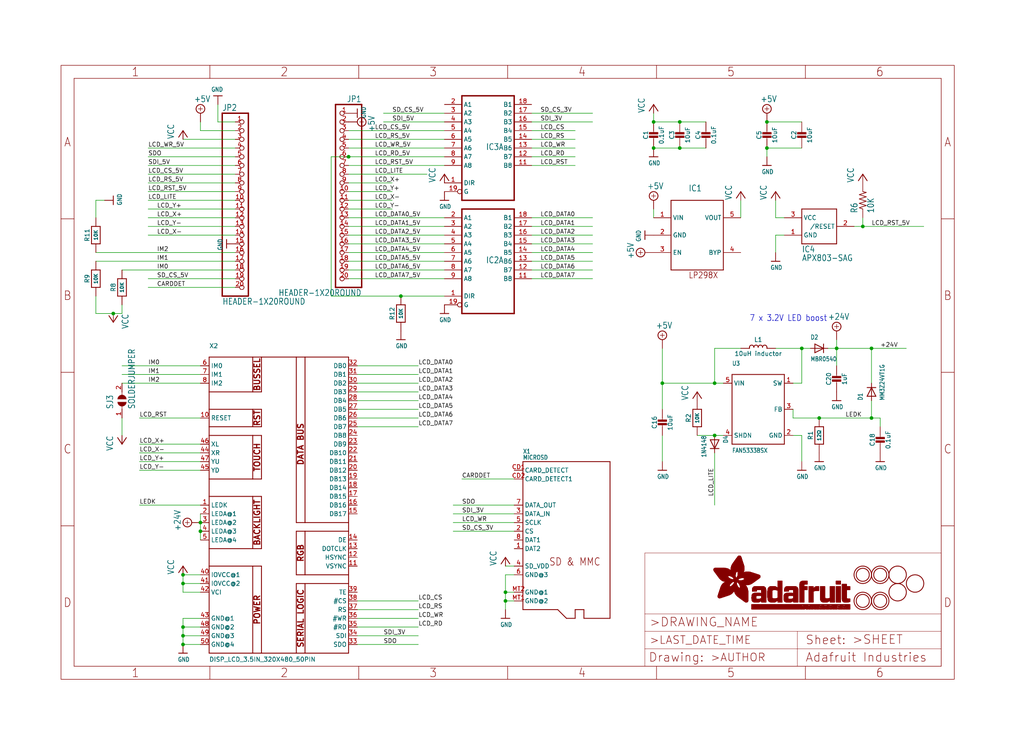
<source format=kicad_sch>
(kicad_sch (version 20211123) (generator eeschema)
  (paper "User" 298.45 217.881)
  (lib_symbols
    (symbol "schematicEagle-eagle-import:+24V" (power)
      (property "Value" "+24V" (at -2.54 3.175 0))
      (symbol "+24V_1_0"
        (pin power_in line (at 0 -2.54 90) (length 2.54) (name "+24V") (number "1"))
      )
    )
    (symbol "schematicEagle-eagle-import:+5V" (power)
      (property "Value" "+5V" (at -1.905 3.175 0))
      (symbol "+5V_1_0"
        (pin power_in line (at 0 -2.54 90) (length 2.54) (name "+5V") (number "1"))
      )
    )
    (symbol "schematicEagle-eagle-import:74245DW"
      (property "Reference" "IC" (at -0.635 -0.635 0))
      (symbol "74245DW_1_0"
        (pin input line (at -12.7 -10.16 0) (length 5.08) (name "DIR") (number "1"))
        (pin bidirectional line (at 12.7 -5.08 180) (length 5.08) (name "B8") (number "11"))
        (pin bidirectional line (at 12.7 -2.54 180) (length 5.08) (name "B7") (number "12"))
        (pin bidirectional line (at 12.7 0 180) (length 5.08) (name "B6") (number "13"))
        (pin bidirectional line (at 12.7 2.54 180) (length 5.08) (name "B5") (number "14"))
        (pin bidirectional line (at 12.7 5.08 180) (length 5.08) (name "B4") (number "15"))
        (pin bidirectional line (at 12.7 7.62 180) (length 5.08) (name "B3") (number "16"))
        (pin bidirectional line (at 12.7 10.16 180) (length 5.08) (name "B2") (number "17"))
        (pin bidirectional line (at 12.7 12.7 180) (length 5.08) (name "B1") (number "18"))
        (pin input inverted (at -12.7 -12.7 0) (length 5.08) (name "G") (number "19"))
        (pin bidirectional line (at -12.7 12.7 0) (length 5.08) (name "A1") (number "2"))
        (pin bidirectional line (at -12.7 10.16 0) (length 5.08) (name "A2") (number "3"))
        (pin bidirectional line (at -12.7 7.62 0) (length 5.08) (name "A3") (number "4"))
        (pin bidirectional line (at -12.7 5.08 0) (length 5.08) (name "A4") (number "5"))
        (pin bidirectional line (at -12.7 2.54 0) (length 5.08) (name "A5") (number "6"))
        (pin bidirectional line (at -12.7 0 0) (length 5.08) (name "A6") (number "7"))
        (pin bidirectional line (at -12.7 -2.54 0) (length 5.08) (name "A7") (number "8"))
        (pin bidirectional line (at -12.7 -5.08 0) (length 5.08) (name "A8") (number "9"))
      )
      (symbol "74245DW_2_0"
        (text "GND" (at 1.905 -5.842 900) (effects (font (size 1.27 1.0795)) (justify left bottom)))
        (text "VCC" (at 1.905 2.54 900) (effects (font (size 1.27 1.0795)) (justify left bottom)))
        (pin power_in line (at 0 -7.62 90) (length 5.08) (name "GND") (number "10"))
        (pin power_in line (at 0 7.62 270) (length 5.08) (name "VCC") (number "20"))
      )
    )
    (symbol "schematicEagle-eagle-import:AXP083-SAG"
      (property "Reference" "IC" (at -5.08 -7.62 0))
      (property "Value" "AXP083-SAG" (at -5.08 -10.16 0))
      (symbol "AXP083-SAG_1_0"
        (pin power_in line (at -10.16 -2.54 0) (length 5.08) (name "GND") (number "1"))
        (pin output line (at 10.16 0 180) (length 5.08) (name "/RESET") (number "2"))
        (pin power_in line (at -10.16 2.54 0) (length 5.08) (name "VCC") (number "3"))
      )
    )
    (symbol "schematicEagle-eagle-import:CAP_CERAMIC0805-NOOUTLINE"
      (property "Reference" "C" (at -2.29 1.25 90))
      (property "Value" "CAP_CERAMIC0805-NOOUTLINE" (at 2.3 1.25 90))
      (symbol "CAP_CERAMIC0805-NOOUTLINE_1_0"
        (pin passive line (at 0 5.08 270) (length 2.54) (name "1") (number "1"))
        (pin passive line (at 0 -2.54 90) (length 2.54) (name "2") (number "2"))
      )
    )
    (symbol "schematicEagle-eagle-import:CAP_CERAMIC_0805MP"
      (property "Reference" "C" (at -2.29 1.25 90))
      (property "Value" "CAP_CERAMIC_0805MP" (at 2.3 1.25 90))
      (symbol "CAP_CERAMIC_0805MP_1_0"
        (pin passive line (at 0 5.08 270) (length 2.54) (name "1") (number "1"))
        (pin passive line (at 0 -2.54 90) (length 2.54) (name "2") (number "2"))
      )
    )
    (symbol "schematicEagle-eagle-import:DIODESMA"
      (property "Reference" "D" (at -2.54 2.54 0))
      (property "Value" "DIODESMA" (at -2.54 -3.81 0))
      (symbol "DIODESMA_1_0"
        (pin passive line (at -2.54 0 0) (length 2.54) (name "A") (number "A"))
        (pin passive line (at 2.54 0 180) (length 2.54) (name "C") (number "C"))
      )
    )
    (symbol "schematicEagle-eagle-import:DIODESOD-123"
      (property "Reference" "D" (at -2.54 2.54 0))
      (property "Value" "DIODESOD-123" (at -2.54 -3.81 0))
      (symbol "DIODESOD-123_1_0"
        (pin passive line (at -2.54 0 0) (length 2.54) (name "A") (number "A"))
        (pin passive line (at 2.54 0 180) (length 2.54) (name "C") (number "C"))
      )
    )
    (symbol "schematicEagle-eagle-import:DIODESOD-323F"
      (property "Reference" "D" (at -2.54 2.54 0))
      (property "Value" "DIODESOD-323F" (at -2.54 -3.81 0))
      (symbol "DIODESOD-323F_1_0"
        (pin passive line (at -2.54 0 0) (length 2.54) (name "A") (number "A"))
        (pin passive line (at 2.54 0 180) (length 2.54) (name "C") (number "C"))
      )
    )
    (symbol "schematicEagle-eagle-import:DISP_LCD_3.5IN_320X480_50PIN"
      (property "Reference" "X" (at -20.32 43.18 0))
      (property "Value" "DISP_LCD_3.5IN_320X480_50PIN" (at -20.32 -48.26 0))
      (symbol "DISP_LCD_3.5IN_320X480_50PIN_1_0"
        (text "BACKLIGHT" (at -6.35 -7.62 900) (effects (font (size 1.6764 1.6764) (thickness 0.3353) bold)))
        (text "BUSSEL" (at -6.35 35.56 900) (effects (font (size 1.6764 1.6764) (thickness 0.3353) bold)))
        (text "DATA BUS" (at 6.35 15.24 900) (effects (font (size 1.6764 1.6764) (thickness 0.3353) bold)))
        (text "POWER" (at -6.35 -33.02 900) (effects (font (size 1.6764 1.6764) (thickness 0.3353) bold)))
        (text "RGB" (at 6.35 -16.51 900) (effects (font (size 1.6764 1.6764) (thickness 0.3353) bold)))
        (text "RST" (at -6.35 22.86 900) (effects (font (size 1.6764 1.6764) (thickness 0.3353) bold)))
        (text "SERIAL LOGIC" (at 6.35 -35.56 900) (effects (font (size 1.6764 1.6764) (thickness 0.3353) bold)))
        (text "TOUCH" (at -6.35 11.43 900) (effects (font (size 1.6764 1.6764) (thickness 0.3353) bold)))
        (pin bidirectional line (at -22.86 -2.54 0) (length 2.54) (name "LEDK") (number "1"))
        (pin bidirectional line (at -22.86 22.86 0) (length 2.54) (name "RESET") (number "10"))
        (pin bidirectional line (at 22.86 -20.32 180) (length 2.54) (name "VSYNC") (number "11"))
        (pin bidirectional line (at 22.86 -17.78 180) (length 2.54) (name "HSYNC") (number "12"))
        (pin bidirectional line (at 22.86 -15.24 180) (length 2.54) (name "DOTCLK") (number "13"))
        (pin bidirectional line (at 22.86 -12.7 180) (length 2.54) (name "DE") (number "14"))
        (pin bidirectional line (at 22.86 -5.08 180) (length 2.54) (name "DB17") (number "15"))
        (pin bidirectional line (at 22.86 -2.54 180) (length 2.54) (name "DB16") (number "16"))
        (pin bidirectional line (at 22.86 0 180) (length 2.54) (name "DB15") (number "17"))
        (pin bidirectional line (at 22.86 2.54 180) (length 2.54) (name "DB14") (number "18"))
        (pin bidirectional line (at 22.86 5.08 180) (length 2.54) (name "DB13") (number "19"))
        (pin bidirectional line (at -22.86 -5.08 0) (length 2.54) (name "LEDA@1") (number "2"))
        (pin bidirectional line (at 22.86 7.62 180) (length 2.54) (name "DB12") (number "20"))
        (pin bidirectional line (at 22.86 10.16 180) (length 2.54) (name "DB11") (number "21"))
        (pin bidirectional line (at 22.86 12.7 180) (length 2.54) (name "DB10") (number "22"))
        (pin bidirectional line (at 22.86 15.24 180) (length 2.54) (name "DB9") (number "23"))
        (pin bidirectional line (at 22.86 17.78 180) (length 2.54) (name "DB8") (number "24"))
        (pin bidirectional line (at 22.86 20.32 180) (length 2.54) (name "DB7") (number "25"))
        (pin bidirectional line (at 22.86 22.86 180) (length 2.54) (name "DB6") (number "26"))
        (pin bidirectional line (at 22.86 25.4 180) (length 2.54) (name "DB5") (number "27"))
        (pin bidirectional line (at 22.86 27.94 180) (length 2.54) (name "DB4") (number "28"))
        (pin bidirectional line (at 22.86 30.48 180) (length 2.54) (name "DB3") (number "29"))
        (pin bidirectional line (at -22.86 -7.62 0) (length 2.54) (name "LEDA@2") (number "3"))
        (pin bidirectional line (at 22.86 33.02 180) (length 2.54) (name "DB2") (number "30"))
        (pin bidirectional line (at 22.86 35.56 180) (length 2.54) (name "DB1") (number "31"))
        (pin bidirectional line (at 22.86 38.1 180) (length 2.54) (name "DB0") (number "32"))
        (pin bidirectional line (at 22.86 -43.18 180) (length 2.54) (name "SDO") (number "33"))
        (pin bidirectional line (at 22.86 -40.64 180) (length 2.54) (name "SDI") (number "34"))
        (pin bidirectional line (at 22.86 -38.1 180) (length 2.54) (name "#RD") (number "35"))
        (pin bidirectional line (at 22.86 -35.56 180) (length 2.54) (name "#WR") (number "36"))
        (pin bidirectional line (at 22.86 -33.02 180) (length 2.54) (name "RS") (number "37"))
        (pin bidirectional line (at 22.86 -30.48 180) (length 2.54) (name "#CS") (number "38"))
        (pin bidirectional line (at 22.86 -27.94 180) (length 2.54) (name "TE") (number "39"))
        (pin bidirectional line (at -22.86 -10.16 0) (length 2.54) (name "LEDA@3") (number "4"))
        (pin bidirectional line (at -22.86 -22.86 0) (length 2.54) (name "IOVCC@1") (number "40"))
        (pin bidirectional line (at -22.86 -25.4 0) (length 2.54) (name "IOVCC@2") (number "41"))
        (pin bidirectional line (at -22.86 -27.94 0) (length 2.54) (name "VCI") (number "42"))
        (pin bidirectional line (at -22.86 -35.56 0) (length 2.54) (name "GND@1") (number "43"))
        (pin bidirectional line (at -22.86 12.7 0) (length 2.54) (name "XR") (number "44"))
        (pin bidirectional line (at -22.86 7.62 0) (length 2.54) (name "YD") (number "45"))
        (pin bidirectional line (at -22.86 15.24 0) (length 2.54) (name "XL") (number "46"))
        (pin bidirectional line (at -22.86 10.16 0) (length 2.54) (name "YU") (number "47"))
        (pin bidirectional line (at -22.86 -38.1 0) (length 2.54) (name "GND@2") (number "48"))
        (pin bidirectional line (at -22.86 -40.64 0) (length 2.54) (name "GND@3") (number "49"))
        (pin bidirectional line (at -22.86 -12.7 0) (length 2.54) (name "LEDA@4") (number "5"))
        (pin bidirectional line (at -22.86 -43.18 0) (length 2.54) (name "GND@4") (number "50"))
        (pin bidirectional line (at -22.86 38.1 0) (length 2.54) (name "IM0") (number "6"))
        (pin bidirectional line (at -22.86 35.56 0) (length 2.54) (name "IM1") (number "7"))
        (pin bidirectional line (at -22.86 33.02 0) (length 2.54) (name "IM2") (number "8"))
      )
    )
    (symbol "schematicEagle-eagle-import:FAN5331"
      (property "Reference" "U" (at -7.62 12.7 0))
      (property "Value" "FAN5331" (at -7.62 -12.7 0))
      (symbol "FAN5331_1_0"
        (pin bidirectional line (at 10.16 7.62 180) (length 2.54) (name "SW") (number "1"))
        (pin bidirectional line (at 10.16 -7.62 180) (length 2.54) (name "GND") (number "2"))
        (pin bidirectional line (at 10.16 0 180) (length 2.54) (name "FB") (number "3"))
        (pin bidirectional line (at -10.16 -7.62 0) (length 2.54) (name "SHDN") (number "4"))
        (pin bidirectional line (at -10.16 7.62 0) (length 2.54) (name "VIN") (number "5"))
      )
    )
    (symbol "schematicEagle-eagle-import:FIDUCIAL")
    (symbol "schematicEagle-eagle-import:FRAME_A4_ADAFRUIT"
      (symbol "FRAME_A4_ADAFRUIT_0_0"
        (text "1" (at 21.6958 1.905 0) (effects (font (size 2.54 2.286))))
        (text "1" (at 21.6958 177.165 0) (effects (font (size 2.54 2.286))))
        (text "2" (at 65.0875 1.905 0) (effects (font (size 2.54 2.286))))
        (text "2" (at 65.0875 177.165 0) (effects (font (size 2.54 2.286))))
        (text "3" (at 108.4792 1.905 0) (effects (font (size 2.54 2.286))))
        (text "3" (at 108.4792 177.165 0) (effects (font (size 2.54 2.286))))
        (text "4" (at 151.8708 1.905 0) (effects (font (size 2.54 2.286))))
        (text "4" (at 151.8708 177.165 0) (effects (font (size 2.54 2.286))))
        (text "5" (at 195.2625 1.905 0) (effects (font (size 2.54 2.286))))
        (text "5" (at 195.2625 177.165 0) (effects (font (size 2.54 2.286))))
        (text "6" (at 238.6542 1.905 0) (effects (font (size 2.54 2.286))))
        (text "6" (at 238.6542 177.165 0) (effects (font (size 2.54 2.286))))
        (text "A" (at 1.905 156.6863 0) (effects (font (size 2.54 2.286))))
        (text "A" (at 258.445 156.6863 0) (effects (font (size 2.54 2.286))))
        (text "B" (at 1.905 111.9188 0) (effects (font (size 2.54 2.286))))
        (text "B" (at 258.445 111.9188 0) (effects (font (size 2.54 2.286))))
        (text "C" (at 1.905 67.1513 0) (effects (font (size 2.54 2.286))))
        (text "C" (at 258.445 67.1513 0) (effects (font (size 2.54 2.286))))
        (text "D" (at 1.905 22.3838 0) (effects (font (size 2.54 2.286))))
        (text "D" (at 258.445 22.3838 0) (effects (font (size 2.54 2.286))))
      )
      (symbol "FRAME_A4_ADAFRUIT_1_0"
        (text ">AUTHOR" (at 189.23 5.08 0) (effects (font (size 2.286 2.286)) (justify left bottom)))
        (text ">DRAWING_NAME" (at 171.45 15.24 0) (effects (font (size 2.54 2.54)) (justify left bottom)))
        (text ">LAST_DATE_TIME" (at 171.45 10.16 0) (effects (font (size 2.286 2.286)) (justify left bottom)))
        (text ">SHEET" (at 230.505 10.16 0) (effects (font (size 2.54 2.54)) (justify left bottom)))
        (text "Adafruit Industries" (at 216.916 4.953 0) (effects (font (size 2.54 2.54)) (justify left bottom)))
        (text "Drawing:" (at 171.196 4.953 0) (effects (font (size 2.54 2.54)) (justify left bottom)))
        (text "Sheet:" (at 216.916 10.033 0) (effects (font (size 2.54 2.54)) (justify left bottom)))
      )
    )
    (symbol "schematicEagle-eagle-import:GND" (power)
      (property "Value" "GND" (at -1.524 -2.54 0))
      (symbol "GND_1_0"
        (pin power_in line (at 0 2.54 270) (length 2.54) (name "GND") (number "1"))
      )
    )
    (symbol "schematicEagle-eagle-import:HEADER-1X20ROUND"
      (property "Reference" "JP" (at -6.35 26.035 0))
      (property "Value" "HEADER-1X20ROUND" (at -6.35 -30.48 0))
      (symbol "HEADER-1X20ROUND_1_0"
        (pin passive inverted (at -2.54 22.86 0) (length 2.54) (name "1") (number "1"))
        (pin passive inverted (at -2.54 0 0) (length 2.54) (name "10") (number "10"))
        (pin passive inverted (at -2.54 -2.54 0) (length 2.54) (name "11") (number "11"))
        (pin passive inverted (at -2.54 -5.08 0) (length 2.54) (name "12") (number "12"))
        (pin passive inverted (at -2.54 -7.62 0) (length 2.54) (name "13") (number "13"))
        (pin passive inverted (at -2.54 -10.16 0) (length 2.54) (name "14") (number "14"))
        (pin passive inverted (at -2.54 -12.7 0) (length 2.54) (name "15") (number "15"))
        (pin passive inverted (at -2.54 -15.24 0) (length 2.54) (name "16") (number "16"))
        (pin passive inverted (at -2.54 -17.78 0) (length 2.54) (name "17") (number "17"))
        (pin passive inverted (at -2.54 -20.32 0) (length 2.54) (name "18") (number "18"))
        (pin passive inverted (at -2.54 -22.86 0) (length 2.54) (name "19") (number "19"))
        (pin passive inverted (at -2.54 20.32 0) (length 2.54) (name "2") (number "2"))
        (pin passive inverted (at -2.54 -25.4 0) (length 2.54) (name "20") (number "20"))
        (pin passive inverted (at -2.54 17.78 0) (length 2.54) (name "3") (number "3"))
        (pin passive inverted (at -2.54 15.24 0) (length 2.54) (name "4") (number "4"))
        (pin passive inverted (at -2.54 12.7 0) (length 2.54) (name "5") (number "5"))
        (pin passive inverted (at -2.54 10.16 0) (length 2.54) (name "6") (number "6"))
        (pin passive inverted (at -2.54 7.62 0) (length 2.54) (name "7") (number "7"))
        (pin passive inverted (at -2.54 5.08 0) (length 2.54) (name "8") (number "8"))
        (pin passive inverted (at -2.54 2.54 0) (length 2.54) (name "9") (number "9"))
      )
    )
    (symbol "schematicEagle-eagle-import:INDUCTORNR5040"
      (property "Reference" "L" (at 0 2.54 0))
      (property "Value" "INDUCTORNR5040" (at 0 -1.54 0))
      (symbol "INDUCTORNR5040_1_0"
        (pin passive line (at -5.08 0 0) (length 2.54) (name "1") (number "P$1"))
        (pin passive line (at 5.08 0 180) (length 2.54) (name "2") (number "P$2"))
      )
    )
    (symbol "schematicEagle-eagle-import:LP298XS"
      (property "Reference" "IC" (at -12.7 -5.08 90))
      (symbol "LP298XS_1_0"
        (text "LP298X" (at 12.7 -5.08 900) (effects (font (size 1.778 1.5113)) (justify left bottom)))
        (pin bidirectional line (at -5.08 -15.24 90) (length 5.08) (name "VIN") (number "1"))
        (pin bidirectional line (at 0 -15.24 90) (length 5.08) (name "GND") (number "2"))
        (pin bidirectional line (at 5.08 -15.24 90) (length 5.08) (name "EN") (number "3"))
        (pin bidirectional line (at 5.08 10.16 270) (length 5.08) (name "BYP") (number "4"))
        (pin bidirectional line (at -5.08 10.16 270) (length 5.08) (name "VOUT") (number "5"))
      )
    )
    (symbol "schematicEagle-eagle-import:MICROSD"
      (property "Reference" "X" (at -12.7 22.606 0))
      (property "Value" "MICROSD" (at -12.7 20.828 0))
      (symbol "MICROSD_1_0"
        (text "SD & MMC" (at -5.08 -10.16 0) (effects (font (size 2.1844 1.8567)) (justify left bottom)))
        (pin bidirectional line (at -15.24 -5.08 0) (length 2.54) (name "DAT2") (number "1"))
        (pin input line (at -15.24 0 0) (length 2.54) (name "CS") (number "2"))
        (pin input line (at -15.24 5.08 0) (length 2.54) (name "DATA_IN") (number "3"))
        (pin power_in line (at -15.24 -10.16 0) (length 2.54) (name "SD_VDD") (number "4"))
        (pin input line (at -15.24 2.54 0) (length 2.54) (name "SCLK") (number "5"))
        (pin power_in line (at -15.24 -12.7 0) (length 2.54) (name "GND@3") (number "6"))
        (pin output line (at -15.24 7.62 0) (length 2.54) (name "DATA_OUT") (number "7"))
        (pin bidirectional line (at -15.24 -2.54 0) (length 2.54) (name "DAT1") (number "8"))
        (pin passive line (at -15.24 17.78 0) (length 2.54) (name "CARD_DETECT") (number "CD1"))
        (pin passive line (at -15.24 15.24 0) (length 2.54) (name "CARD_DETECT1") (number "CD2"))
        (pin power_in line (at -15.24 -20.32 0) (length 2.54) (name "GND@2") (number "MT1"))
        (pin power_in line (at -15.24 -17.78 0) (length 2.54) (name "GND@1") (number "MT2"))
      )
    )
    (symbol "schematicEagle-eagle-import:MOUNTINGHOLE3.0THIN")
    (symbol "schematicEagle-eagle-import:R-US_R0805"
      (property "Reference" "R" (at -3.81 1.4986 0))
      (property "Value" "R-US_R0805" (at -3.81 -3.302 0))
      (symbol "R-US_R0805_1_0"
        (pin passive line (at -5.08 0 0) (length 2.54) (name "1") (number "1"))
        (pin passive line (at 5.08 0 180) (length 2.54) (name "2") (number "2"))
      )
    )
    (symbol "schematicEagle-eagle-import:RESISTOR0805_NOOUTLINE"
      (property "Reference" "R" (at 0 2.54 0))
      (property "Value" "RESISTOR0805_NOOUTLINE" (at 0 0 0))
      (symbol "RESISTOR0805_NOOUTLINE_1_0"
        (pin passive line (at -5.08 0 0) (length 2.54) (name "1") (number "1"))
        (pin passive line (at 5.08 0 180) (length 2.54) (name "2") (number "2"))
      )
    )
    (symbol "schematicEagle-eagle-import:RESISTOR_0805MP"
      (property "Reference" "R" (at 0 2.54 0))
      (property "Value" "RESISTOR_0805MP" (at 0 0 0))
      (symbol "RESISTOR_0805MP_1_0"
        (pin passive line (at -5.08 0 0) (length 2.54) (name "1") (number "1"))
        (pin passive line (at 5.08 0 180) (length 2.54) (name "2") (number "2"))
      )
    )
    (symbol "schematicEagle-eagle-import:SOLDERJUMPER"
      (property "Reference" "SJ" (at -2.54 2.54 0))
      (property "Value" "SOLDERJUMPER" (at -2.54 -3.81 0))
      (symbol "SOLDERJUMPER_1_0"
        (pin passive line (at -5.08 0 0) (length 2.54) (name "1") (number "1"))
        (pin passive line (at 5.08 0 180) (length 2.54) (name "2") (number "2"))
      )
    )
    (symbol "schematicEagle-eagle-import:VCC" (power)
      (property "Value" "VCC" (at -2.54 -2.54 90))
      (symbol "VCC_1_0"
        (pin power_in line (at 0 -2.54 90) (length 2.54) (name "VCC") (number "1"))
      )
    )
  )
  (junction (at 101.6 45.72))
  (junction (at 243.84 101.6))
  (junction (at 198.12 43.18))
  (junction (at 223.52 43.18))
  (junction (at 53.34 167.64))
  (junction (at 147.32 172.72))
  (junction (at 208.28 111.76))
  (junction (at 238.76 121.92))
  (junction (at 53.34 182.88))
  (junction (at 208.28 127))
  (junction (at 116.84 86.36))
  (junction (at 198.12 35.56))
  (junction (at 233.68 101.6))
  (junction (at 254 121.92))
  (junction (at 223.52 35.56))
  (junction (at 53.34 187.96))
  (junction (at 53.34 170.18))
  (junction (at 58.42 154.94))
  (junction (at 190.5 35.56))
  (junction (at 33.02 91.44))
  (junction (at 147.32 175.26))
  (junction (at 190.5 43.18))
  (junction (at 53.34 185.42))
  (junction (at 251.46 66.04))
  (junction (at 254 101.6))
  (junction (at 193.04 111.76))
  (junction (at 58.42 152.4))
  (wire (pts (xy 58.42 180.34) (xy 53.34 180.34)))
  (wire (pts (xy 190.5 43.18) (xy 198.12 43.18)))
  (wire (pts (xy 251.46 66.04) (xy 269.24 66.04)))
  (wire (pts (xy 129.54 86.36) (xy 116.84 86.36)))
  (wire (pts (xy 254 101.6) (xy 264.16 101.6)))
  (wire (pts (xy 198.12 35.56) (xy 205.74 35.56)))
  (wire (pts (xy 172.72 66.04) (xy 154.94 66.04)))
  (wire (pts (xy 154.94 40.64) (xy 167.64 40.64)))
  (wire (pts (xy 129.54 68.58) (xy 101.6 68.58)))
  (wire (pts (xy 68.58 63.5) (xy 43.18 63.5)))
  (wire (pts (xy 154.94 33.02) (xy 172.72 33.02)))
  (wire (pts (xy 104.14 116.84) (xy 121.92 116.84)))
  (wire (pts (xy 58.42 137.16) (xy 40.64 137.16)))
  (wire (pts (xy 101.6 55.88) (xy 114.3 55.88)))
  (wire (pts (xy 147.32 167.64) (xy 147.32 172.72)))
  (wire (pts (xy 27.94 73.66) (xy 68.58 73.66)))
  (wire (pts (xy 129.54 76.2) (xy 101.6 76.2)))
  (wire (pts (xy 63.5 35.56) (xy 63.5 30.48)))
  (wire (pts (xy 198.12 35.56) (xy 190.5 35.56)))
  (wire (pts (xy 190.5 33.02) (xy 190.5 35.56)))
  (wire (pts (xy 101.6 48.26) (xy 129.54 48.26)))
  (wire (pts (xy 43.18 55.88) (xy 68.58 55.88)))
  (wire (pts (xy 251.46 63.5) (xy 251.46 66.04)))
  (wire (pts (xy 154.94 43.18) (xy 167.64 43.18)))
  (wire (pts (xy 233.68 111.76) (xy 231.14 111.76)))
  (wire (pts (xy 104.14 121.92) (xy 121.92 121.92)))
  (wire (pts (xy 35.56 91.44) (xy 35.56 88.9)))
  (wire (pts (xy 228.6 63.5) (xy 226.06 63.5)))
  (wire (pts (xy 129.54 66.04) (xy 101.6 66.04)))
  (wire (pts (xy 104.14 177.8) (xy 121.92 177.8)))
  (wire (pts (xy 58.42 106.68) (xy 35.56 106.68)))
  (wire (pts (xy 104.14 175.26) (xy 121.92 175.26)))
  (wire (pts (xy 208.28 127) (xy 203.2 127)))
  (wire (pts (xy 243.84 101.6) (xy 254 101.6)))
  (wire (pts (xy 226.06 68.58) (xy 228.6 68.58)))
  (wire (pts (xy 223.52 45.72) (xy 223.52 43.18)))
  (wire (pts (xy 149.86 165.1) (xy 147.32 165.1)))
  (wire (pts (xy 233.68 101.6) (xy 233.68 111.76)))
  (wire (pts (xy 104.14 187.96) (xy 121.92 187.96)))
  (wire (pts (xy 68.58 48.26) (xy 43.18 48.26)))
  (wire (pts (xy 172.72 68.58) (xy 154.94 68.58)))
  (wire (pts (xy 116.84 86.36) (xy 96.52 86.36)))
  (wire (pts (xy 129.54 71.12) (xy 101.6 71.12)))
  (wire (pts (xy 149.86 152.4) (xy 132.08 152.4)))
  (wire (pts (xy 233.68 127) (xy 233.68 134.62)))
  (wire (pts (xy 53.34 187.96) (xy 58.42 187.96)))
  (wire (pts (xy 101.6 43.18) (xy 129.54 43.18)))
  (wire (pts (xy 58.42 111.76) (xy 35.56 111.76)))
  (wire (pts (xy 58.42 167.64) (xy 53.34 167.64)))
  (wire (pts (xy 53.34 182.88) (xy 53.34 185.42)))
  (wire (pts (xy 43.18 50.8) (xy 68.58 50.8)))
  (wire (pts (xy 53.34 180.34) (xy 53.34 182.88)))
  (wire (pts (xy 129.54 81.28) (xy 101.6 81.28)))
  (wire (pts (xy 210.82 127) (xy 208.28 127)))
  (wire (pts (xy 104.14 111.76) (xy 121.92 111.76)))
  (wire (pts (xy 104.14 109.22) (xy 121.92 109.22)))
  (wire (pts (xy 231.14 127) (xy 233.68 127)))
  (wire (pts (xy 101.6 60.96) (xy 114.3 60.96)))
  (wire (pts (xy 243.84 106.68) (xy 243.84 101.6)))
  (wire (pts (xy 208.28 111.76) (xy 193.04 111.76)))
  (wire (pts (xy 68.58 38.1) (xy 58.42 38.1)))
  (wire (pts (xy 68.58 60.96) (xy 43.18 60.96)))
  (wire (pts (xy 68.58 53.34) (xy 43.18 53.34)))
  (wire (pts (xy 68.58 58.42) (xy 43.18 58.42)))
  (wire (pts (xy 223.52 43.18) (xy 233.68 43.18)))
  (wire (pts (xy 241.3 101.6) (xy 243.84 101.6)))
  (wire (pts (xy 208.28 101.6) (xy 215.9 101.6)))
  (wire (pts (xy 223.52 35.56) (xy 233.68 35.56)))
  (wire (pts (xy 53.34 185.42) (xy 58.42 185.42)))
  (wire (pts (xy 129.54 78.74) (xy 101.6 78.74)))
  (wire (pts (xy 205.74 43.18) (xy 198.12 43.18)))
  (wire (pts (xy 104.14 119.38) (xy 121.92 119.38)))
  (wire (pts (xy 193.04 127) (xy 193.04 134.62)))
  (wire (pts (xy 68.58 66.04) (xy 43.18 66.04)))
  (wire (pts (xy 101.6 53.34) (xy 114.3 53.34)))
  (wire (pts (xy 101.6 38.1) (xy 129.54 38.1)))
  (wire (pts (xy 58.42 134.62) (xy 40.64 134.62)))
  (wire (pts (xy 33.02 91.44) (xy 35.56 91.44)))
  (wire (pts (xy 154.94 45.72) (xy 167.64 45.72)))
  (wire (pts (xy 58.42 147.32) (xy 40.64 147.32)))
  (wire (pts (xy 147.32 175.26) (xy 147.32 172.72)))
  (wire (pts (xy 243.84 99.06) (xy 243.84 101.6)))
  (wire (pts (xy 193.04 111.76) (xy 193.04 119.38)))
  (wire (pts (xy 104.14 124.46) (xy 121.92 124.46)))
  (wire (pts (xy 208.28 111.76) (xy 208.28 101.6)))
  (wire (pts (xy 129.54 63.5) (xy 101.6 63.5)))
  (wire (pts (xy 154.94 35.56) (xy 172.72 35.56)))
  (wire (pts (xy 149.86 167.64) (xy 147.32 167.64)))
  (wire (pts (xy 58.42 182.88) (xy 53.34 182.88)))
  (wire (pts (xy 104.14 182.88) (xy 121.92 182.88)))
  (wire (pts (xy 58.42 149.86) (xy 58.42 152.4)))
  (wire (pts (xy 208.28 132.08) (xy 208.28 147.32)))
  (wire (pts (xy 226.06 73.66) (xy 226.06 68.58)))
  (wire (pts (xy 68.58 35.56) (xy 63.5 35.56)))
  (wire (pts (xy 172.72 63.5) (xy 154.94 63.5)))
  (wire (pts (xy 149.86 149.86) (xy 132.08 149.86)))
  (wire (pts (xy 53.34 40.64) (xy 68.58 40.64)))
  (wire (pts (xy 132.08 154.94) (xy 149.86 154.94)))
  (wire (pts (xy 104.14 180.34) (xy 121.92 180.34)))
  (wire (pts (xy 58.42 154.94) (xy 58.42 157.48)))
  (wire (pts (xy 58.42 132.08) (xy 40.64 132.08)))
  (wire (pts (xy 147.32 172.72) (xy 149.86 172.72)))
  (wire (pts (xy 53.34 172.72) (xy 53.34 170.18)))
  (wire (pts (xy 101.6 45.72) (xy 96.52 45.72)))
  (wire (pts (xy 68.58 68.58) (xy 43.18 68.58)))
  (wire (pts (xy 58.42 129.54) (xy 40.64 129.54)))
  (wire (pts (xy 193.04 111.76) (xy 193.04 101.6)))
  (wire (pts (xy 58.42 172.72) (xy 53.34 172.72)))
  (wire (pts (xy 40.64 121.92) (xy 58.42 121.92)))
  (wire (pts (xy 68.58 83.82) (xy 43.18 83.82)))
  (wire (pts (xy 43.18 45.72) (xy 68.58 45.72)))
  (wire (pts (xy 68.58 43.18) (xy 43.18 43.18)))
  (wire (pts (xy 104.14 114.3) (xy 121.92 114.3)))
  (wire (pts (xy 149.86 139.7) (xy 134.62 139.7)))
  (wire (pts (xy 238.76 121.92) (xy 254 121.92)))
  (wire (pts (xy 53.34 170.18) (xy 58.42 170.18)))
  (wire (pts (xy 101.6 50.8) (xy 124.46 50.8)))
  (wire (pts (xy 30.48 58.42) (xy 27.94 58.42)))
  (wire (pts (xy 35.56 127) (xy 35.56 121.92)))
  (wire (pts (xy 27.94 91.44) (xy 33.02 91.44)))
  (wire (pts (xy 101.6 45.72) (xy 129.54 45.72)))
  (wire (pts (xy 129.54 73.66) (xy 101.6 73.66)))
  (wire (pts (xy 172.72 81.28) (xy 154.94 81.28)))
  (wire (pts (xy 190.5 60.96) (xy 190.5 63.5)))
  (wire (pts (xy 68.58 78.74) (xy 35.56 78.74)))
  (wire (pts (xy 149.86 175.26) (xy 147.32 175.26)))
  (wire (pts (xy 210.82 111.76) (xy 208.28 111.76)))
  (wire (pts (xy 96.52 86.36) (xy 96.52 45.72)))
  (wire (pts (xy 43.18 81.28) (xy 68.58 81.28)))
  (wire (pts (xy 172.72 73.66) (xy 154.94 73.66)))
  (wire (pts (xy 226.06 101.6) (xy 233.68 101.6)))
  (wire (pts (xy 154.94 48.26) (xy 167.64 48.26)))
  (wire (pts (xy 215.9 58.42) (xy 215.9 63.5)))
  (wire (pts (xy 27.94 58.42) (xy 27.94 63.5)))
  (wire (pts (xy 254 116.84) (xy 254 121.92)))
  (wire (pts (xy 104.14 106.68) (xy 121.92 106.68)))
  (wire (pts (xy 147.32 175.26) (xy 147.32 177.8)))
  (wire (pts (xy 256.54 121.92) (xy 256.54 124.46)))
  (wire (pts (xy 154.94 38.1) (xy 167.64 38.1)))
  (wire (pts (xy 231.14 119.38) (xy 231.14 121.92)))
  (wire (pts (xy 226.06 63.5) (xy 226.06 58.42)))
  (wire (pts (xy 53.34 167.64) (xy 53.34 170.18)))
  (wire (pts (xy 101.6 58.42) (xy 114.3 58.42)))
  (wire (pts (xy 172.72 76.2) (xy 154.94 76.2)))
  (wire (pts (xy 172.72 71.12) (xy 154.94 71.12)))
  (wire (pts (xy 233.68 101.6) (xy 236.22 101.6)))
  (wire (pts (xy 248.92 66.04) (xy 251.46 66.04)))
  (wire (pts (xy 254 121.92) (xy 256.54 121.92)))
  (wire (pts (xy 132.08 147.32) (xy 149.86 147.32)))
  (wire (pts (xy 129.54 35.56) (xy 111.76 35.56)))
  (wire (pts (xy 101.6 40.64) (xy 129.54 40.64)))
  (wire (pts (xy 111.76 33.02) (xy 129.54 33.02)))
  (wire (pts (xy 53.34 185.42) (xy 53.34 187.96)))
  (wire (pts (xy 58.42 38.1) (xy 58.42 35.56)))
  (wire (pts (xy 27.94 76.2) (xy 68.58 76.2)))
  (wire (pts (xy 27.94 86.36) (xy 27.94 91.44)))
  (wire (pts (xy 104.14 185.42) (xy 121.92 185.42)))
  (wire (pts (xy 231.14 121.92) (xy 238.76 121.92)))
  (wire (pts (xy 172.72 78.74) (xy 154.94 78.74)))
  (wire (pts (xy 254 111.76) (xy 254 101.6)))
  (wire (pts (xy 35.56 109.22) (xy 58.42 109.22)))
  (wire (pts (xy 58.42 152.4) (xy 58.42 154.94)))
  (text "7 x 3.2V LED boost" (at 218.44 93.98 180) (effects (font (size 1.778 1.5113)) (justify left bottom)))
  (label "LCD_DATA5_5V" (at 109.22 76.2 0) (effects (font (size 1.2446 1.2446))))
  (label "LCD_WR_5V" (at 109.22 43.18 0) (effects (font (size 1.2446 1.2446))))
  (label "LCD_CS_5V" (at 43.18 50.8 0) (effects (font (size 1.2446 1.2446))))
  (label "SD_CS_5V" (at 114.3 33.02 0) (effects (font (size 1.2446 1.2446))))
  (label "LCD_DATA2_5V" (at 109.22 68.58 0) (effects (font (size 1.2446 1.2446))))
  (label "LCD_DATA3" (at 121.92 114.3 0) (effects (font (size 1.2446 1.2446))))
  (label "LCD_DATA3_5V" (at 109.22 71.12 0) (effects (font (size 1.2446 1.2446))))
  (label "LCD_DATA2" (at 121.92 111.76 0) (effects (font (size 1.2446 1.2446))))
  (label "LCD_DATA4_5V" (at 109.22 73.66 0) (effects (font (size 1.2446 1.2446))))
  (label "SDO" (at 134.62 147.32 0) (effects (font (size 1.2446 1.2446))))
  (label "LCD_DATA1" (at 157.48 66.04 0) (effects (font (size 1.2446 1.2446))))
  (label "SDI_3V" (at 157.48 35.56 0) (effects (font (size 1.2446 1.2446))))
  (label "LCD_RS_5V" (at 43.18 53.34 0) (effects (font (size 1.2446 1.2446))))
  (label "LCD_DATA1" (at 121.92 109.22 0) (effects (font (size 1.2446 1.2446))))
  (label "LCD_Y+" (at 40.64 134.62 0) (effects (font (size 1.2446 1.2446))))
  (label "SDI_3V" (at 111.76 185.42 0) (effects (font (size 1.2446 1.2446))))
  (label "LCD_DATA6" (at 157.48 78.74 0) (effects (font (size 1.2446 1.2446))))
  (label "IM2" (at 43.18 111.76 0) (effects (font (size 1.2446 1.2446))))
  (label "LEDK" (at 246.38 121.92 0) (effects (font (size 1.2446 1.2446))))
  (label "IM1" (at 43.18 109.22 0) (effects (font (size 1.2446 1.2446))))
  (label "LCD_LITE" (at 109.22 50.8 0) (effects (font (size 1.2446 1.2446))))
  (label "LCD_X-" (at 109.22 58.42 0) (effects (font (size 1.2446 1.2446))))
  (label "LCD_RD" (at 157.48 45.72 0) (effects (font (size 1.2446 1.2446))))
  (label "SDI_5V" (at 114.3 35.56 0) (effects (font (size 1.2446 1.2446))))
  (label "LCD_DATA7" (at 121.92 124.46 0) (effects (font (size 1.2446 1.2446))))
  (label "LCD_Y+" (at 45.72 60.96 0) (effects (font (size 1.2446 1.2446))))
  (label "LCD_X-" (at 45.72 68.58 0) (effects (font (size 1.2446 1.2446))))
  (label "IM1" (at 45.72 76.2 0) (effects (font (size 1.2446 1.2446))))
  (label "LCD_X+" (at 40.64 129.54 0) (effects (font (size 1.2446 1.2446))))
  (label "LCD_X+" (at 45.72 63.5 0) (effects (font (size 1.2446 1.2446))))
  (label "LCD_RD_5V" (at 109.22 45.72 0) (effects (font (size 1.2446 1.2446))))
  (label "LCD_WR" (at 121.92 180.34 0) (effects (font (size 1.2446 1.2446))))
  (label "SD_CS_5V" (at 45.72 81.28 0) (effects (font (size 1.2446 1.2446))))
  (label "SD_CS_3V" (at 157.48 33.02 0) (effects (font (size 1.2446 1.2446))))
  (label "LCD_DATA0" (at 121.92 106.68 0) (effects (font (size 1.2446 1.2446))))
  (label "CARDDET" (at 134.62 139.7 0) (effects (font (size 1.2446 1.2446))))
  (label "LCD_RD" (at 121.92 182.88 0) (effects (font (size 1.2446 1.2446))))
  (label "LCD_DATA4" (at 157.48 73.66 0) (effects (font (size 1.2446 1.2446))))
  (label "LCD_CS" (at 157.48 38.1 0) (effects (font (size 1.2446 1.2446))))
  (label "LCD_RST_5V" (at 254 66.04 0) (effects (font (size 1.2446 1.2446))))
  (label "LCD_LITE" (at 208.28 144.78 90) (effects (font (size 1.2446 1.2446))))
  (label "LCD_Y-" (at 45.72 66.04 0) (effects (font (size 1.2446 1.2446))))
  (label "SDI_3V" (at 134.62 149.86 0) (effects (font (size 1.2446 1.2446))))
  (label "LCD_RST_5V" (at 109.22 48.26 0) (effects (font (size 1.2446 1.2446))))
  (label "SDI_5V" (at 43.18 48.26 0) (effects (font (size 1.2446 1.2446))))
  (label "LCD_RST_5V" (at 43.18 55.88 0) (effects (font (size 1.2446 1.2446))))
  (label "LCD_RS_5V" (at 109.22 40.64 0) (effects (font (size 1.2446 1.2446))))
  (label "LCD_WR_5V" (at 43.18 43.18 0) (effects (font (size 1.2446 1.2446))))
  (label "LCD_WR" (at 134.62 152.4 0) (effects (font (size 1.2446 1.2446))))
  (label "LCD_RS" (at 157.48 40.64 0) (effects (font (size 1.2446 1.2446))))
  (label "LCD_Y-" (at 109.22 60.96 0) (effects (font (size 1.2446 1.2446))))
  (label "LCD_CS_5V" (at 109.22 38.1 0) (effects (font (size 1.2446 1.2446))))
  (label "SD_CS_3V" (at 134.62 154.94 0) (effects (font (size 1.2446 1.2446))))
  (label "LCD_LITE" (at 43.18 58.42 0) (effects (font (size 1.2446 1.2446))))
  (label "LCD_DATA6_5V" (at 109.22 78.74 0) (effects (font (size 1.2446 1.2446))))
  (label "LCD_DATA6" (at 121.92 121.92 0) (effects (font (size 1.2446 1.2446))))
  (label "SDO" (at 43.18 45.72 0) (effects (font (size 1.2446 1.2446))))
  (label "+24V" (at 256.54 101.6 0) (effects (font (size 1.2446 1.2446))))
  (label "LCD_DATA4" (at 121.92 116.84 0) (effects (font (size 1.2446 1.2446))))
  (label "CARDDET" (at 45.72 83.82 0) (effects (font (size 1.2446 1.2446))))
  (label "LCD_RS" (at 121.92 177.8 0) (effects (font (size 1.2446 1.2446))))
  (label "LCD_DATA0" (at 157.48 63.5 0) (effects (font (size 1.2446 1.2446))))
  (label "LCD_DATA3" (at 157.48 71.12 0) (effects (font (size 1.2446 1.2446))))
  (label "SDO" (at 111.76 187.96 0) (effects (font (size 1.2446 1.2446))))
  (label "LCD_DATA1_5V" (at 109.22 66.04 0) (effects (font (size 1.2446 1.2446))))
  (label "LCD_DATA2" (at 157.48 68.58 0) (effects (font (size 1.2446 1.2446))))
  (label "LCD_DATA5" (at 121.92 119.38 0) (effects (font (size 1.2446 1.2446))))
  (label "LCD_Y-" (at 40.64 137.16 0) (effects (font (size 1.2446 1.2446))))
  (label "LCD_DATA7_5V" (at 109.22 81.28 0) (effects (font (size 1.2446 1.2446))))
  (label "LCD_CS" (at 121.92 175.26 0) (effects (font (size 1.2446 1.2446))))
  (label "LCD_X-" (at 40.64 132.08 0) (effects (font (size 1.2446 1.2446))))
  (label "LCD_DATA5" (at 157.48 76.2 0) (effects (font (size 1.2446 1.2446))))
  (label "LCD_Y+" (at 109.22 55.88 0) (effects (font (size 1.2446 1.2446))))
  (label "LCD_WR" (at 157.48 43.18 0) (effects (font (size 1.2446 1.2446))))
  (label "IM2" (at 45.72 73.66 0) (effects (font (size 1.2446 1.2446))))
  (label "LEDK" (at 40.64 147.32 0) (effects (font (size 1.2446 1.2446))))
  (label "IM0" (at 43.18 106.68 0) (effects (font (size 1.2446 1.2446))))
  (label "LCD_RST" (at 157.48 48.26 0) (effects (font (size 1.2446 1.2446))))
  (label "LCD_DATA0_5V" (at 109.22 63.5 0) (effects (font (size 1.2446 1.2446))))
  (label "LCD_DATA7" (at 157.48 81.28 0) (effects (font (size 1.2446 1.2446))))
  (label "LCD_RST" (at 40.64 121.92 0) (effects (font (size 1.2446 1.2446))))
  (label "LCD_X+" (at 109.22 53.34 0) (effects (font (size 1.2446 1.2446))))
  (label "IM0" (at 45.72 78.74 0) (effects (font (size 1.2446 1.2446))))
  (symbol (lib_id "schematicEagle-eagle-import:GND") (at 116.84 99.06 0) (unit 1)
    (property "Reference" "#U$22" (effects hide))
    (property "Value" "GND" (at 115.316 101.6 0) (effects (font (size 1.27 1.0795)) (justify left bottom)))
    (property "Footprint" "schematicEagle:" (effects hide))
  )
  (symbol (lib_id "schematicEagle-eagle-import:RESISTOR0805_NOOUTLINE") (at 35.56 83.82 90) (unit 1)
    (property "Reference" "R8" (at 33.02 83.82 0))
    (property "Value" "10K" (at 35.56 83.82 0) (effects (font (size 1.016 1.016) bold)))
    (property "Footprint" "schematicEagle:0805-NO" (effects hide))
  )
  (symbol (lib_id "schematicEagle-eagle-import:SOLDERJUMPER") (at 35.56 116.84 90) (unit 1)
    (property "Reference" "SJ3" (at 33.02 119.38 0) (effects (font (size 1.778 1.5113)) (justify left bottom)))
    (property "Value" "SOLDERJUMPER" (at 39.37 119.38 0) (effects (font (size 1.778 1.5113)) (justify left bottom)))
    (property "Footprint" "schematicEagle:SOLDERJUMPER_ARROW_NOPASTE" (effects hide))
  )
  (symbol (lib_id "schematicEagle-eagle-import:RESISTOR_0805MP") (at 238.76 127 90) (unit 1)
    (property "Reference" "R1" (at 236.22 127 0))
    (property "Value" "12Ω" (at 238.76 127 0) (effects (font (size 1.016 1.016) bold)))
    (property "Footprint" "schematicEagle:_0805MP" (effects hide))
  )
  (symbol (lib_id "schematicEagle-eagle-import:CAP_CERAMIC0805-NOOUTLINE") (at 233.68 40.64 0) (unit 1)
    (property "Reference" "C2" (at 231.39 39.39 90))
    (property "Value" "10uF" (at 235.98 39.39 90))
    (property "Footprint" "schematicEagle:0805-NO" (effects hide))
  )
  (symbol (lib_id "schematicEagle-eagle-import:RESISTOR0805_NOOUTLINE") (at 116.84 91.44 90) (unit 1)
    (property "Reference" "R12" (at 114.3 91.44 0))
    (property "Value" "10K" (at 116.84 91.44 0) (effects (font (size 1.016 1.016) bold)))
    (property "Footprint" "schematicEagle:0805-NO" (effects hide))
  )
  (symbol (lib_id "schematicEagle-eagle-import:+5V") (at 223.52 33.02 0) (unit 1)
    (property "Reference" "#SUPPLY5" (effects hide))
    (property "Value" "+5V" (at 221.615 29.845 0) (effects (font (size 1.778 1.5113)) (justify left bottom)))
    (property "Footprint" "schematicEagle:" (effects hide))
  )
  (symbol (lib_id "schematicEagle-eagle-import:HEADER-1X20ROUND") (at 71.12 58.42 0) (unit 1)
    (property "Reference" "JP2" (at 64.77 32.385 0) (effects (font (size 1.778 1.5113)) (justify left bottom)))
    (property "Value" "HEADER-1X20ROUND" (at 64.77 88.9 0) (effects (font (size 1.778 1.5113)) (justify left bottom)))
    (property "Footprint" "schematicEagle:1X20_ROUND" (effects hide))
  )
  (symbol (lib_id "schematicEagle-eagle-import:VCC") (at 226.06 55.88 0) (unit 1)
    (property "Reference" "#P+7" (effects hide))
    (property "Value" "VCC" (at 223.52 58.42 90) (effects (font (size 1.778 1.5113)) (justify left bottom)))
    (property "Footprint" "schematicEagle:" (effects hide))
  )
  (symbol (lib_id "schematicEagle-eagle-import:+24V") (at 55.88 152.4 90) (unit 1)
    (property "Reference" "#SUPPLY8" (effects hide))
    (property "Value" "+24V" (at 52.705 154.94 0) (effects (font (size 1.778 1.5113)) (justify left bottom)))
    (property "Footprint" "schematicEagle:" (effects hide))
  )
  (symbol (lib_id "schematicEagle-eagle-import:CAP_CERAMIC0805-NOOUTLINE") (at 223.52 40.64 0) (unit 1)
    (property "Reference" "C5" (at 221.23 39.39 90))
    (property "Value" "10uF" (at 225.82 39.39 90))
    (property "Footprint" "schematicEagle:0805-NO" (effects hide))
  )
  (symbol (lib_id "schematicEagle-eagle-import:VCC") (at 147.32 162.56 0) (unit 1)
    (property "Reference" "#P+3" (effects hide))
    (property "Value" "VCC" (at 144.78 165.1 90) (effects (font (size 1.778 1.5113)) (justify left bottom)))
    (property "Footprint" "schematicEagle:" (effects hide))
  )
  (symbol (lib_id "schematicEagle-eagle-import:CAP_CERAMIC0805-NOOUTLINE") (at 190.5 40.64 0) (unit 1)
    (property "Reference" "C1" (at 188.21 39.39 90))
    (property "Value" "0.1uF" (at 192.8 39.39 90))
    (property "Footprint" "schematicEagle:0805-NO" (effects hide))
  )
  (symbol (lib_id "schematicEagle-eagle-import:+5V") (at 104.14 35.56 270) (unit 1)
    (property "Reference" "#SUPPLY1" (effects hide))
    (property "Value" "+5V" (at 107.315 33.655 0) (effects (font (size 1.778 1.5113)) (justify left bottom)))
    (property "Footprint" "schematicEagle:" (effects hide))
  )
  (symbol (lib_id "schematicEagle-eagle-import:GND") (at 193.04 137.16 0) (unit 1)
    (property "Reference" "#U$10" (effects hide))
    (property "Value" "GND" (at 191.516 139.7 0) (effects (font (size 1.27 1.0795)) (justify left bottom)))
    (property "Footprint" "schematicEagle:" (effects hide))
  )
  (symbol (lib_id "schematicEagle-eagle-import:GND") (at 256.54 134.62 0) (unit 1)
    (property "Reference" "#U$27" (effects hide))
    (property "Value" "GND" (at 255.016 137.16 0) (effects (font (size 1.27 1.0795)) (justify left bottom)))
    (property "Footprint" "schematicEagle:" (effects hide))
  )
  (symbol (lib_id "schematicEagle-eagle-import:DISP_LCD_3.5IN_320X480_50PIN") (at 81.28 144.78 0) (unit 1)
    (property "Reference" "X2" (at 60.96 101.6 0) (effects (justify left bottom)))
    (property "Value" "DISP_LCD_3.5IN_320X480_50PIN" (at 60.96 193.04 0) (effects (justify left bottom)))
    (property "Footprint" "schematicEagle:TFT_3.5IN_320X480_50PIN" (effects hide))
  )
  (symbol (lib_id "schematicEagle-eagle-import:+5V") (at 190.5 58.42 0) (unit 1)
    (property "Reference" "#SUPPLY2" (effects hide))
    (property "Value" "+5V" (at 188.595 55.245 0) (effects (font (size 1.778 1.5113)) (justify left bottom)))
    (property "Footprint" "schematicEagle:" (effects hide))
  )
  (symbol (lib_id "schematicEagle-eagle-import:LP298XS") (at 205.74 68.58 270) (unit 1)
    (property "Reference" "IC1" (at 200.66 55.88 90) (effects (font (size 1.778 1.5113)) (justify left bottom)))
    (property "Value" "MIC5225-3.3" (effects hide))
    (property "Footprint" "schematicEagle:SOT23-5L" (effects hide))
  )
  (symbol (lib_id "schematicEagle-eagle-import:VCC") (at 35.56 129.54 0) (mirror x) (unit 1)
    (property "Reference" "#P+10" (effects hide))
    (property "Value" "VCC" (at 33.02 127 90) (effects (font (size 1.778 1.5113)) (justify left bottom)))
    (property "Footprint" "schematicEagle:" (effects hide))
  )
  (symbol (lib_id "schematicEagle-eagle-import:VCC") (at 33.02 93.98 180) (unit 1)
    (property "Reference" "#P+12" (effects hide))
    (property "Value" "VCC" (at 35.56 91.44 90) (effects (font (size 1.778 1.5113)) (justify left bottom)))
    (property "Footprint" "schematicEagle:" (effects hide))
  )
  (symbol (lib_id "schematicEagle-eagle-import:VCC") (at 190.5 30.48 0) (unit 1)
    (property "Reference" "#P+6" (effects hide))
    (property "Value" "VCC" (at 187.96 33.02 90) (effects (font (size 1.778 1.5113)) (justify left bottom)))
    (property "Footprint" "schematicEagle:" (effects hide))
  )
  (symbol (lib_id "schematicEagle-eagle-import:DIODESMA") (at 254 114.3 90) (unit 1)
    (property "Reference" "D1" (at 251.46 116.84 0) (effects (font (size 1.27 1.0795)) (justify left bottom)))
    (property "Value" "MM3Z24VT1G" (at 257.81 116.84 0) (effects (font (size 1.27 1.0795)) (justify left bottom)))
    (property "Footprint" "schematicEagle:SMADIODE" (effects hide))
  )
  (symbol (lib_id "schematicEagle-eagle-import:GND") (at 104.14 33.02 90) (unit 1)
    (property "Reference" "#U$5" (effects hide))
    (property "Value" "GND" (at 106.68 34.544 0) (effects (font (size 1.27 1.0795)) (justify left bottom)))
    (property "Footprint" "schematicEagle:" (effects hide))
  )
  (symbol (lib_id "schematicEagle-eagle-import:VCC") (at 215.9 55.88 0) (unit 1)
    (property "Reference" "#P+5" (effects hide))
    (property "Value" "VCC" (at 213.36 58.42 90) (effects (font (size 1.778 1.5113)) (justify left bottom)))
    (property "Footprint" "schematicEagle:" (effects hide))
  )
  (symbol (lib_id "schematicEagle-eagle-import:FIDUCIAL") (at 261.62 167.64 0) (unit 1)
    (property "Reference" "U$23" (effects hide))
    (property "Value" "FIDUCIAL" (effects hide))
    (property "Footprint" "schematicEagle:FIDUCIAL_1MM" (effects hide))
  )
  (symbol (lib_id "schematicEagle-eagle-import:MOUNTINGHOLE3.0THIN") (at 251.46 175.26 0) (unit 1)
    (property "Reference" "U$17" (effects hide))
    (property "Value" "MOUNTINGHOLE3.0THIN" (effects hide))
    (property "Footprint" "schematicEagle:MOUNTINGHOLE_3.0_PLATEDTHIN" (effects hide))
  )
  (symbol (lib_id "schematicEagle-eagle-import:FIDUCIAL") (at 266.7 170.18 0) (unit 1)
    (property "Reference" "U$9" (effects hide))
    (property "Value" "FIDUCIAL" (effects hide))
    (property "Footprint" "schematicEagle:FIDUCIAL_1MM" (effects hide))
  )
  (symbol (lib_id "schematicEagle-eagle-import:CAP_CERAMIC0805-NOOUTLINE") (at 256.54 129.54 0) (unit 1)
    (property "Reference" "C18" (at 254.25 128.29 90))
    (property "Value" "0.1uF" (at 258.84 128.29 90))
    (property "Footprint" "schematicEagle:0805-NO" (effects hide))
  )
  (symbol (lib_id "schematicEagle-eagle-import:GND") (at 238.76 134.62 0) (unit 1)
    (property "Reference" "#U$6" (effects hide))
    (property "Value" "GND" (at 237.236 137.16 0) (effects (font (size 1.27 1.0795)) (justify left bottom)))
    (property "Footprint" "schematicEagle:" (effects hide))
  )
  (symbol (lib_id "schematicEagle-eagle-import:RESISTOR0805_NOOUTLINE") (at 27.94 81.28 90) (unit 1)
    (property "Reference" "R9" (at 25.4 81.28 0))
    (property "Value" "10K" (at 27.94 81.28 0) (effects (font (size 1.016 1.016) bold)))
    (property "Footprint" "schematicEagle:0805-NO" (effects hide))
  )
  (symbol (lib_id "schematicEagle-eagle-import:GND") (at 129.54 91.44 0) (unit 1)
    (property "Reference" "#U$8" (effects hide))
    (property "Value" "GND" (at 128.016 93.98 0) (effects (font (size 1.27 1.0795)) (justify left bottom)))
    (property "Footprint" "schematicEagle:" (effects hide))
  )
  (symbol (lib_id "schematicEagle-eagle-import:CAP_CERAMIC0805-NOOUTLINE") (at 205.74 40.64 0) (unit 1)
    (property "Reference" "C4" (at 203.45 39.39 90))
    (property "Value" "0.1uF" (at 208.04 39.39 90))
    (property "Footprint" "schematicEagle:0805-NO" (effects hide))
  )
  (symbol (lib_id "schematicEagle-eagle-import:GND") (at 226.06 76.2 0) (unit 1)
    (property "Reference" "#U$3" (effects hide))
    (property "Value" "GND" (at 224.536 78.74 0) (effects (font (size 1.27 1.0795)) (justify left bottom)))
    (property "Footprint" "schematicEagle:" (effects hide))
  )
  (symbol (lib_id "schematicEagle-eagle-import:INDUCTORNR5040") (at 220.98 101.6 0) (unit 1)
    (property "Reference" "L1" (at 220.98 99.06 0))
    (property "Value" "10uH inductor" (at 220.98 103.14 0))
    (property "Footprint" "schematicEagle:INDUCTOR_5X5MM_NR5040_NOTHERMALS" (effects hide))
  )
  (symbol (lib_id "schematicEagle-eagle-import:MOUNTINGHOLE3.0THIN") (at 256.54 175.26 0) (unit 1)
    (property "Reference" "U$16" (effects hide))
    (property "Value" "MOUNTINGHOLE3.0THIN" (effects hide))
    (property "Footprint" "schematicEagle:MOUNTINGHOLE_3.0_PLATEDTHIN" (effects hide))
  )
  (symbol (lib_id "schematicEagle-eagle-import:VCC") (at 53.34 165.1 0) (unit 1)
    (property "Reference" "#P+8" (effects hide))
    (property "Value" "VCC" (at 50.8 167.64 90) (effects (font (size 1.778 1.5113)) (justify left bottom)))
    (property "Footprint" "schematicEagle:" (effects hide))
  )
  (symbol (lib_id "schematicEagle-eagle-import:FRAME_A4_ADAFRUIT") (at 17.78 198.12 0) (unit 1)
    (property "Reference" "#U$25" (effects hide))
    (property "Value" "FRAME_A4_ADAFRUIT" (effects hide))
    (property "Footprint" "schematicEagle:" (effects hide))
  )
  (symbol (lib_id "schematicEagle-eagle-import:GND") (at 190.5 45.72 0) (unit 1)
    (property "Reference" "#U$4" (effects hide))
    (property "Value" "GND" (at 188.976 48.26 0) (effects (font (size 1.27 1.0795)) (justify left bottom)))
    (property "Footprint" "schematicEagle:" (effects hide))
  )
  (symbol (lib_id "schematicEagle-eagle-import:FIDUCIAL") (at 261.62 172.72 0) (unit 1)
    (property "Reference" "U$11" (effects hide))
    (property "Value" "FIDUCIAL" (effects hide))
    (property "Footprint" "schematicEagle:FIDUCIAL_1MM" (effects hide))
  )
  (symbol (lib_id "schematicEagle-eagle-import:CAP_CERAMIC0805-NOOUTLINE") (at 198.12 40.64 0) (unit 1)
    (property "Reference" "C3" (at 195.83 39.39 90))
    (property "Value" "10uF" (at 200.42 39.39 90))
    (property "Footprint" "schematicEagle:0805-NO" (effects hide))
  )
  (symbol (lib_id "schematicEagle-eagle-import:AXP083-SAG") (at 238.76 66.04 0) (unit 1)
    (property "Reference" "IC4" (at 233.68 73.66 0) (effects (font (size 1.778 1.5113)) (justify left bottom)))
    (property "Value" "APX803-SAG" (at 233.68 76.2 0) (effects (font (size 1.778 1.5113)) (justify left bottom)))
    (property "Footprint" "schematicEagle:SOT23" (effects hide))
  )
  (symbol (lib_id "schematicEagle-eagle-import:MOUNTINGHOLE3.0THIN") (at 251.46 167.64 0) (unit 1)
    (property "Reference" "U$15" (effects hide))
    (property "Value" "MOUNTINGHOLE3.0THIN" (effects hide))
    (property "Footprint" "schematicEagle:MOUNTINGHOLE_3.0_PLATEDTHIN" (effects hide))
  )
  (symbol (lib_id "schematicEagle-eagle-import:VCC") (at 251.46 50.8 0) (unit 1)
    (property "Reference" "#P+9" (effects hide))
    (property "Value" "VCC" (at 248.92 53.34 90) (effects (font (size 1.778 1.5113)) (justify left bottom)))
    (property "Footprint" "schematicEagle:" (effects hide))
  )
  (symbol (lib_id "schematicEagle-eagle-import:GND") (at 63.5 27.94 180) (unit 1)
    (property "Reference" "#U$2" (effects hide))
    (property "Value" "GND" (at 65.024 25.4 0) (effects (font (size 1.27 1.0795)) (justify left bottom)))
    (property "Footprint" "schematicEagle:" (effects hide))
  )
  (symbol (lib_id "schematicEagle-eagle-import:GND") (at 187.96 68.58 270) (unit 1)
    (property "Reference" "#U$1" (effects hide))
    (property "Value" "GND" (at 185.42 67.056 0) (effects (font (size 1.27 1.0795)) (justify left bottom)))
    (property "Footprint" "schematicEagle:" (effects hide))
  )
  (symbol (lib_id "schematicEagle-eagle-import:GND") (at 147.32 180.34 0) (unit 1)
    (property "Reference" "#U$18" (effects hide))
    (property "Value" "GND" (at 145.796 182.88 0) (effects (font (size 1.27 1.0795)) (justify left bottom)))
    (property "Footprint" "schematicEagle:" (effects hide))
  )
  (symbol (lib_id "schematicEagle-eagle-import:MICROSD") (at 165.1 154.94 0) (unit 1)
    (property "Reference" "X1" (at 152.4 132.334 0) (effects (font (size 1.27 1.0795)) (justify left bottom)))
    (property "Value" "MICROSD" (at 152.4 134.112 0) (effects (font (size 1.27 1.0795)) (justify left bottom)))
    (property "Footprint" "schematicEagle:MICROSD" (effects hide))
  )
  (symbol (lib_id "schematicEagle-eagle-import:GND") (at 243.84 116.84 0) (unit 1)
    (property "Reference" "#U$29" (effects hide))
    (property "Value" "GND" (at 242.316 119.38 0) (effects (font (size 1.27 1.0795)) (justify left bottom)))
    (property "Footprint" "schematicEagle:" (effects hide))
  )
  (symbol (lib_id "schematicEagle-eagle-import:MOUNTINGHOLE3.0THIN") (at 256.54 167.64 0) (unit 1)
    (property "Reference" "U$7" (effects hide))
    (property "Value" "MOUNTINGHOLE3.0THIN" (effects hide))
    (property "Footprint" "schematicEagle:MOUNTINGHOLE_3.0_PLATEDTHIN" (effects hide))
  )
  (symbol (lib_id "schematicEagle-eagle-import:GND") (at 233.68 137.16 0) (unit 1)
    (property "Reference" "#U$24" (effects hide))
    (property "Value" "GND" (at 232.156 139.7 0) (effects (font (size 1.27 1.0795)) (justify left bottom)))
    (property "Footprint" "schematicEagle:" (effects hide))
  )
  (symbol (lib_id "schematicEagle-eagle-import:GND") (at 66.04 71.12 270) (unit 1)
    (property "Reference" "#U$26" (effects hide))
    (property "Value" "GND" (at 63.5 69.596 0) (effects (font (size 1.27 1.0795)) (justify left bottom)))
    (property "Footprint" "schematicEagle:" (effects hide))
  )
  (symbol (lib_id "schematicEagle-eagle-import:VCC") (at 203.2 114.3 0) (unit 1)
    (property "Reference" "#P+1" (effects hide))
    (property "Value" "VCC" (at 200.66 116.84 90) (effects (font (size 1.778 1.5113)) (justify left bottom)))
    (property "Footprint" "schematicEagle:" (effects hide))
  )
  (symbol (lib_id "schematicEagle-eagle-import:R-US_R0805") (at 251.46 58.42 90) (unit 1)
    (property "Reference" "R6" (at 249.9614 62.23 0) (effects (font (size 1.778 1.5113)) (justify left bottom)))
    (property "Value" "10K" (at 254.762 62.23 0) (effects (font (size 1.778 1.5113)) (justify left bottom)))
    (property "Footprint" "schematicEagle:R0805" (effects hide))
  )
  (symbol (lib_id "schematicEagle-eagle-import:DIODESOD-323F") (at 208.28 129.54 270) (unit 1)
    (property "Reference" "D4" (at 210.82 127 0) (effects (font (size 1.27 1.0795)) (justify left bottom)))
    (property "Value" "1N4148" (at 204.47 127 0) (effects (font (size 1.27 1.0795)) (justify left bottom)))
    (property "Footprint" "schematicEagle:SOD-323F" (effects hide))
  )
  (symbol (lib_id "schematicEagle-eagle-import:HEADER-1X20ROUND") (at 99.06 55.88 0) (mirror y) (unit 1)
    (property "Reference" "JP1" (at 105.41 29.845 0) (effects (font (size 1.778 1.5113)) (justify left bottom)))
    (property "Value" "HEADER-1X20ROUND" (at 105.41 86.36 0) (effects (font (size 1.778 1.5113)) (justify left bottom)))
    (property "Footprint" "schematicEagle:1X20_ROUND" (effects hide))
  )
  (symbol (lib_id "schematicEagle-eagle-import:GND") (at 33.02 58.42 90) (unit 1)
    (property "Reference" "#U$20" (effects hide))
    (property "Value" "GND" (at 35.56 59.944 0) (effects (font (size 1.27 1.0795)) (justify left bottom)))
    (property "Footprint" "schematicEagle:" (effects hide))
  )
  (symbol (lib_id "schematicEagle-eagle-import:+5V") (at 58.42 33.02 0) (unit 1)
    (property "Reference" "#SUPPLY4" (effects hide))
    (property "Value" "+5V" (at 56.515 29.845 0) (effects (font (size 1.778 1.5113)) (justify left bottom)))
    (property "Footprint" "schematicEagle:" (effects hide))
  )
  (symbol (lib_id "schematicEagle-eagle-import:GND") (at 129.54 58.42 0) (unit 1)
    (property "Reference" "#U$12" (effects hide))
    (property "Value" "GND" (at 128.016 60.96 0) (effects (font (size 1.27 1.0795)) (justify left bottom)))
    (property "Footprint" "schematicEagle:" (effects hide))
  )
  (symbol (lib_id "schematicEagle-eagle-import:GND") (at 53.34 190.5 0) (unit 1)
    (property "Reference" "#U$14" (effects hide))
    (property "Value" "GND" (at 51.816 193.04 0) (effects (font (size 1.27 1.0795)) (justify left bottom)))
    (property "Footprint" "schematicEagle:" (effects hide))
  )
  (symbol (lib_id "schematicEagle-eagle-import:DIODESOD-123") (at 238.76 101.6 0) (unit 1)
    (property "Reference" "D2" (at 236.22 99.06 0) (effects (font (size 1.27 1.0795)) (justify left bottom)))
    (property "Value" "MBR0540" (at 236.22 105.41 0) (effects (font (size 1.27 1.0795)) (justify left bottom)))
    (property "Footprint" "schematicEagle:SOD-123" (effects hide))
  )
  (symbol (lib_id "schematicEagle-eagle-import:RESISTOR0805_NOOUTLINE") (at 203.2 121.92 90) (unit 1)
    (property "Reference" "R2" (at 200.66 121.92 0))
    (property "Value" "10K" (at 203.2 121.92 0) (effects (font (size 1.016 1.016) bold)))
    (property "Footprint" "schematicEagle:0805-NO" (effects hide))
  )
  (symbol (lib_id "schematicEagle-eagle-import:+5V") (at 187.96 73.66 90) (unit 1)
    (property "Reference" "#SUPPLY3" (effects hide))
    (property "Value" "+5V" (at 184.785 75.565 0) (effects (font (size 1.778 1.5113)) (justify left bottom)))
    (property "Footprint" "schematicEagle:" (effects hide))
  )
  (symbol (lib_id "schematicEagle-eagle-import:CAP_CERAMIC0805-NOOUTLINE") (at 243.84 111.76 0) (unit 1)
    (property "Reference" "C20" (at 241.55 110.51 90))
    (property "Value" "1uF" (at 246.14 110.51 90))
    (property "Footprint" "schematicEagle:0805-NO" (effects hide))
  )
  (symbol (lib_id "schematicEagle-eagle-import:+24V") (at 243.84 96.52 0) (unit 1)
    (property "Reference" "#SUPPLY7" (effects hide))
    (property "Value" "+24V" (at 241.3 93.345 0) (effects (font (size 1.778 1.5113)) (justify left bottom)))
    (property "Footprint" "schematicEagle:" (effects hide))
  )
  (symbol (lib_id "schematicEagle-eagle-import:74245DW") (at 142.24 76.2 0) (unit 1)
    (property "Reference" "IC2" (at 141.605 76.835 0) (effects (font (size 1.778 1.5113)) (justify left bottom)))
    (property "Value" "74LVC245" (effects hide))
    (property "Footprint" "schematicEagle:SO20W" (effects hide))
  )
  (symbol (lib_id "schematicEagle-eagle-import:FAN5331") (at 220.98 119.38 0) (unit 1)
    (property "Reference" "U3" (at 213.36 106.68 0) (effects (font (size 1.27 1.0795)) (justify left bottom)))
    (property "Value" "FAN5333BSX" (at 213.36 132.08 0) (effects (font (size 1.27 1.0795)) (justify left bottom)))
    (property "Footprint" "schematicEagle:SOT23-5@1" (effects hide))
  )
  (symbol (lib_id "schematicEagle-eagle-import:VCC") (at 129.54 50.8 0) (unit 1)
    (property "Reference" "#P+4" (effects hide))
    (property "Value" "VCC" (at 127 53.34 90) (effects (font (size 1.778 1.5113)) (justify left bottom)))
    (property "Footprint" "schematicEagle:" (effects hide))
  )
  (symbol (lib_id "schematicEagle-eagle-import:74245DW") (at 142.24 43.18 0) (unit 1)
    (property "Reference" "IC3" (at 141.605 43.815 0) (effects (font (size 1.778 1.5113)) (justify left bottom)))
    (property "Value" "74LVC245" (effects hide))
    (property "Footprint" "schematicEagle:SO20W" (effects hide))
  )
  (symbol (lib_id "schematicEagle-eagle-import:+5V") (at 193.04 99.06 0) (unit 1)
    (property "Reference" "#SUPPLY9" (effects hide))
    (property "Value" "+5V" (at 191.135 95.885 0) (effects (font (size 1.778 1.5113)) (justify left bottom)))
    (property "Footprint" "schematicEagle:" (effects hide))
  )
  (symbol (lib_id "schematicEagle-eagle-import:RESISTOR0805_NOOUTLINE") (at 27.94 68.58 90) (unit 1)
    (property "Reference" "R11" (at 25.4 68.58 0))
    (property "Value" "10K" (at 27.94 68.58 0) (effects (font (size 1.016 1.016) bold)))
    (property "Footprint" "schematicEagle:0805-NO" (effects hide))
  )
  (symbol (lib_id "schematicEagle-eagle-import:CAP_CERAMIC_0805MP") (at 193.04 124.46 0) (unit 1)
    (property "Reference" "C16" (at 190.75 123.21 90))
    (property "Value" "10uF" (at 195.34 123.21 90))
    (property "Footprint" "schematicEagle:_0805MP" (effects hide))
  )
  (symbol (lib_id "schematicEagle-eagle-import:GND") (at 223.52 48.26 0) (unit 1)
    (property "Reference" "#U$13" (effects hide))
    (property "Value" "GND" (at 221.996 50.8 0) (effects (font (size 1.27 1.0795)) (justify left bottom)))
    (property "Footprint" "schematicEagle:" (effects hide))
  )
  (symbol (lib_id "schematicEagle-eagle-import:VCC") (at 53.34 38.1 0) (unit 1)
    (property "Reference" "#P+2" (effects hide))
    (property "Value" "VCC" (at 50.8 40.64 90) (effects (font (size 1.778 1.5113)) (justify left bottom)))
    (property "Footprint" "schematicEagle:" (effects hide))
  )
)
</source>
